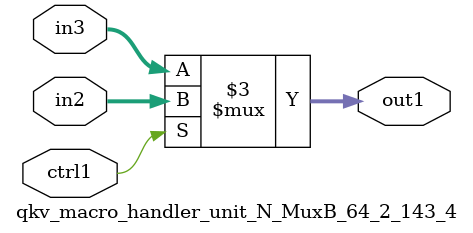
<source format=v>

`timescale 1ps / 1ps


module qkv_macro_handler_unit_N_MuxB_64_2_143_4( in3, in2, ctrl1, out1 );

    input [63:0] in3;
    input [63:0] in2;
    input ctrl1;
    output [63:0] out1;
    reg [63:0] out1;

    
    // rtl_process:qkv_macro_handler_unit_N_MuxB_64_2_143_4/qkv_macro_handler_unit_N_MuxB_64_2_143_4_thread_1
    always @*
      begin : qkv_macro_handler_unit_N_MuxB_64_2_143_4_thread_1
        case (ctrl1) 
          1'b1: 
            begin
              out1 = in2;
            end
          default: 
            begin
              out1 = in3;
            end
        endcase
      end

endmodule



</source>
